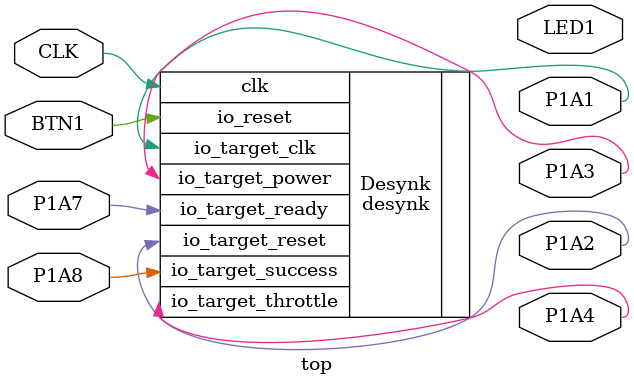
<source format=sv>
module top (
  input CLK,

  input BTN1,
  output LED1,

  output P1A1,
  output P1A2,
  output P1A3,
  output P1A4,
  input  P1A7,
  input  P1A8

);

desynk #(
/*
 * Parameters
 */

) Desynk (
/*
 * I/O pin mapping
 * Change these as you please
 */
  .clk(CLK),
  .io_reset(BTN1),
  .io_target_clk(P1A1),
  .io_target_reset(P1A2),
  .io_target_power(P1A3),
  .io_target_throttle(P1A4),
  .io_target_ready(P1A7),
  .io_target_success(P1A8)

);

endmodule

</source>
